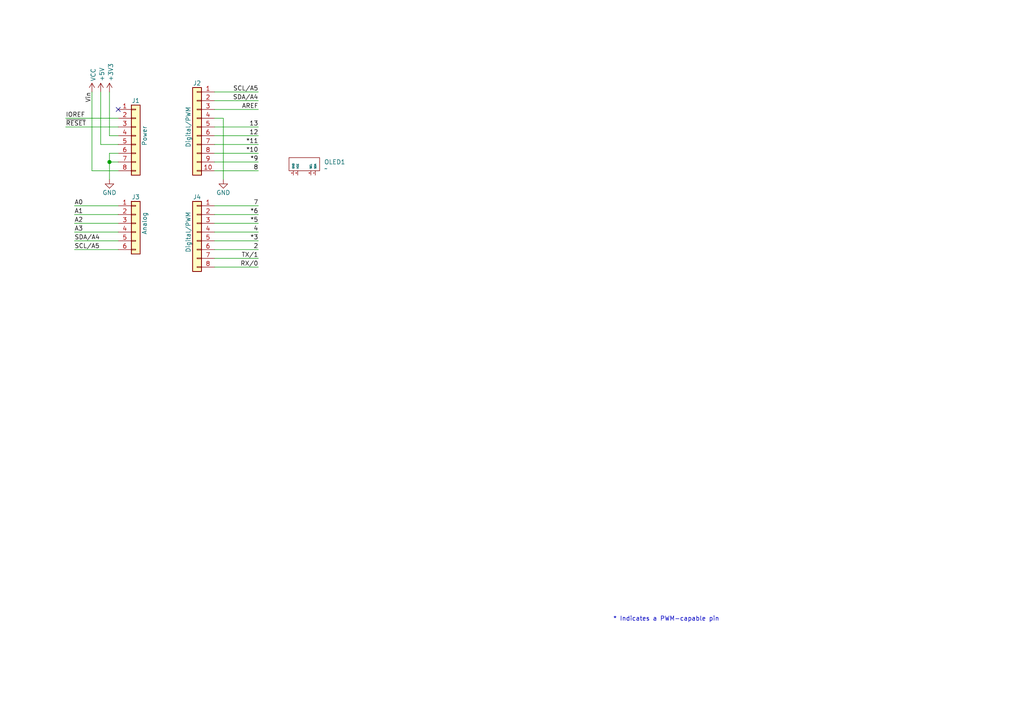
<source format=kicad_sch>
(kicad_sch (version 20250114) (generator "eeschema") (generator_version "9.0")
  (paper "A4")
  (title_block (date "mar. 31 mars 2015"))
  (lib_symbols
    (symbol "Connector_Generic:Conn_01x06" (pin_names (offset 1.016) (hide yes))
      (property "Reference" "J" (at 0 7.62 0))
      (property "Value" "Conn_01x06" (at 0 -10.16 0))
      (symbol "Conn_01x06_1_1"
        (rectangle (start -1.27 6.35) (end 1.27 -8.89) (stroke (width 0.254)) (fill (type background)))
        (rectangle (start -1.27 5.207) (end 0 4.953) (stroke (width 0.1524)))
        (rectangle (start -1.27 2.667) (end 0 2.413) (stroke (width 0.1524)))
        (rectangle (start -1.27 0.127) (end 0 -0.127) (stroke (width 0.1524)))
        (rectangle (start -1.27 -2.413) (end 0 -2.667) (stroke (width 0.1524)))
        (rectangle (start -1.27 -4.953) (end 0 -5.207) (stroke (width 0.1524)))
        (rectangle (start -1.27 -7.493) (end 0 -7.747) (stroke (width 0.1524)))
        (pin passive line (at -5.08 5.08 0) (length 3.81) (name "Pin_1") (number "1"))
        (pin passive line (at -5.08 2.54 0) (length 3.81) (name "Pin_2") (number "2"))
        (pin passive line (at -5.08 0 0) (length 3.81) (name "Pin_3") (number "3"))
        (pin passive line (at -5.08 -2.54 0) (length 3.81) (name "Pin_4") (number "4"))
        (pin passive line (at -5.08 -5.08 0) (length 3.81) (name "Pin_5") (number "5"))
        (pin passive line (at -5.08 -7.62 0) (length 3.81) (name "Pin_6") (number "6"))
      )
    )
    (symbol "Connector_Generic:Conn_01x08" (pin_names (offset 1.016) (hide yes))
      (property "Reference" "J" (at 0 10.16 0))
      (property "Value" "Conn_01x08" (at 0 -12.7 0))
      (symbol "Conn_01x08_1_1"
        (rectangle (start -1.27 8.89) (end 1.27 -11.43) (stroke (width 0.254)) (fill (type background)))
        (rectangle (start -1.27 7.747) (end 0 7.493) (stroke (width 0.1524)))
        (rectangle (start -1.27 5.207) (end 0 4.953) (stroke (width 0.1524)))
        (rectangle (start -1.27 2.667) (end 0 2.413) (stroke (width 0.1524)))
        (rectangle (start -1.27 0.127) (end 0 -0.127) (stroke (width 0.1524)))
        (rectangle (start -1.27 -2.413) (end 0 -2.667) (stroke (width 0.1524)))
        (rectangle (start -1.27 -4.953) (end 0 -5.207) (stroke (width 0.1524)))
        (rectangle (start -1.27 -7.493) (end 0 -7.747) (stroke (width 0.1524)))
        (rectangle (start -1.27 -10.033) (end 0 -10.287) (stroke (width 0.1524)))
        (pin passive line (at -5.08 7.62 0) (length 3.81) (name "Pin_1") (number "1"))
        (pin passive line (at -5.08 5.08 0) (length 3.81) (name "Pin_2") (number "2"))
        (pin passive line (at -5.08 2.54 0) (length 3.81) (name "Pin_3") (number "3"))
        (pin passive line (at -5.08 0 0) (length 3.81) (name "Pin_4") (number "4"))
        (pin passive line (at -5.08 -2.54 0) (length 3.81) (name "Pin_5") (number "5"))
        (pin passive line (at -5.08 -5.08 0) (length 3.81) (name "Pin_6") (number "6"))
        (pin passive line (at -5.08 -7.62 0) (length 3.81) (name "Pin_7") (number "7"))
        (pin passive line (at -5.08 -10.16 0) (length 3.81) (name "Pin_8") (number "8"))
      )
    )
    (symbol "Connector_Generic:Conn_01x10" (pin_names (offset 1.016) (hide yes))
      (property "Reference" "J" (at 0 12.7 0))
      (property "Value" "Conn_01x10" (at 0 -15.24 0))
      (symbol "Conn_01x10_1_1"
        (rectangle (start -1.27 11.43) (end 1.27 -13.97) (stroke (width 0.254)) (fill (type background)))
        (rectangle (start -1.27 10.287) (end 0 10.033) (stroke (width 0.1524)))
        (rectangle (start -1.27 7.747) (end 0 7.493) (stroke (width 0.1524)))
        (rectangle (start -1.27 5.207) (end 0 4.953) (stroke (width 0.1524)))
        (rectangle (start -1.27 2.667) (end 0 2.413) (stroke (width 0.1524)))
        (rectangle (start -1.27 0.127) (end 0 -0.127) (stroke (width 0.1524)))
        (rectangle (start -1.27 -2.413) (end 0 -2.667) (stroke (width 0.1524)))
        (rectangle (start -1.27 -4.953) (end 0 -5.207) (stroke (width 0.1524)))
        (rectangle (start -1.27 -7.493) (end 0 -7.747) (stroke (width 0.1524)))
        (rectangle (start -1.27 -10.033) (end 0 -10.287) (stroke (width 0.1524)))
        (rectangle (start -1.27 -12.573) (end 0 -12.827) (stroke (width 0.1524)))
        (pin passive line (at -5.08 10.16 0) (length 3.81) (name "Pin_1") (number "1"))
        (pin passive line (at -5.08 7.62 0) (length 3.81) (name "Pin_2") (number "2"))
        (pin passive line (at -5.08 5.08 0) (length 3.81) (name "Pin_3") (number "3"))
        (pin passive line (at -5.08 2.54 0) (length 3.81) (name "Pin_4") (number "4"))
        (pin passive line (at -5.08 0 0) (length 3.81) (name "Pin_5") (number "5"))
        (pin passive line (at -5.08 -2.54 0) (length 3.81) (name "Pin_6") (number "6"))
        (pin passive line (at -5.08 -5.08 0) (length 3.81) (name "Pin_7") (number "7"))
        (pin passive line (at -5.08 -7.62 0) (length 3.81) (name "Pin_8") (number "8"))
        (pin passive line (at -5.08 -10.16 0) (length 3.81) (name "Pin_9") (number "9"))
        (pin passive line (at -5.08 -12.7 0) (length 3.81) (name "Pin_10") (number "10"))
      )
    )
    (symbol "Librairie:OLED"
      (property "Reference" "OLED" (at -0.508 4.064 0))
      (symbol "OLED_0_1"
        (rectangle (start -5.08 5.08) (end 3.81 1.27))
        (rectangle (start 3.81 3.81) (end 3.81 3.81))
      )
      (symbol "OLED_1_1"
        (pin input line (at -3.81 0 90) (length 1.27) (name "GND") (number "1"))
        (pin input line (at -2.54 0 90) (length 1.27) (name "VCC") (number "2"))
        (pin input line (at 1.27 0 90) (length 1.27) (name "SCL") (number "3"))
        (pin input line (at 2.54 0 90) (length 1.27) (name "SDA") (number "4"))
      )
    )
    (symbol "power:+3V3" (power) (pin_names (offset 0))
      (property "Value" "+3V3" (at 0 3.556 0))
      (symbol "+3V3_0_1"
        (polyline (pts (xy -0.762 1.27) (xy 0 2.54)))
        (polyline (pts (xy 0 2.54) (xy 0.762 1.27)))
        (polyline (pts (xy 0 0) (xy 0 2.54)))
      )
      (symbol "+3V3_1_1"
        (pin power_in line (at 0 0 90) (length 0) (hide yes) (name "+3V3") (number "1"))
      )
    )
    (symbol "power:+5V" (power) (pin_names (offset 0))
      (property "Value" "+5V" (at 0 3.556 0))
      (symbol "+5V_0_1"
        (polyline (pts (xy -0.762 1.27) (xy 0 2.54)))
        (polyline (pts (xy 0 2.54) (xy 0.762 1.27)))
        (polyline (pts (xy 0 0) (xy 0 2.54)))
      )
      (symbol "+5V_1_1"
        (pin power_in line (at 0 0 90) (length 0) (hide yes) (name "+5V") (number "1"))
      )
    )
    (symbol "power:GND" (power) (pin_names (offset 0))
      (property "Value" "GND" (at 0 -3.81 0))
      (symbol "GND_0_1"
        (polyline (pts (xy 0 0) (xy 0 -1.27) (xy 1.27 -1.27) (xy 0 -2.54) (xy -1.27 -1.27) (xy 0 -1.27)))
      )
      (symbol "GND_1_1"
        (pin power_in line (at 0 0 270) (length 0) (hide yes) (name "GND") (number "1"))
      )
    )
    (symbol "power:VCC" (power) (pin_names (offset 0))
      (property "Value" "VCC" (at 0 3.81 0))
      (symbol "VCC_0_1"
        (polyline (pts (xy -0.762 1.27) (xy 0 2.54)))
        (polyline (pts (xy 0 2.54) (xy 0.762 1.27)))
        (polyline (pts (xy 0 0) (xy 0 2.54)))
      )
      (symbol "VCC_1_1"
        (pin power_in line (at 0 0 90) (length 0) (hide yes) (name "VCC") (number "1"))
      )
    )
  )
  (text "* Indicates a PWM-capable pin" (at 177.8 180.34 0) (effects (font (size 1.27 1.27)) (justify left bottom)))
  (junction (at 31.75 46.99) (diameter 1.016))
  (no_connect (at 34.29 31.75))
  (wire (pts (xy 62.23 77.47) (xy 74.93 77.47)))
  (wire (pts (xy 62.23 44.45) (xy 74.93 44.45)))
  (wire (pts (xy 62.23 26.67) (xy 74.93 26.67)))
  (wire (pts (xy 31.75 44.45) (xy 31.75 46.99)))
  (wire (pts (xy 21.59 72.39) (xy 34.29 72.39)))
  (wire (pts (xy 31.75 46.99) (xy 31.75 52.07)))
  (wire (pts (xy 31.75 39.37) (xy 34.29 39.37)))
  (wire (pts (xy 29.21 41.91) (xy 34.29 41.91)))
  (wire (pts (xy 29.21 26.67) (xy 29.21 41.91)))
  (wire (pts (xy 62.23 36.83) (xy 74.93 36.83)))
  (wire (pts (xy 31.75 26.67) (xy 31.75 39.37)))
  (wire (pts (xy 62.23 59.69) (xy 74.93 59.69)))
  (wire (pts (xy 34.29 59.69) (xy 21.59 59.69)))
  (wire (pts (xy 62.23 39.37) (xy 74.93 39.37)))
  (wire (pts (xy 62.23 62.23) (xy 74.93 62.23)))
  (wire (pts (xy 62.23 46.99) (xy 74.93 46.99)))
  (wire (pts (xy 62.23 67.31) (xy 74.93 67.31)))
  (wire (pts (xy 19.05 34.29) (xy 34.29 34.29)))
  (wire (pts (xy 64.77 34.29) (xy 64.77 52.07)))
  (wire (pts (xy 62.23 31.75) (xy 74.93 31.75)))
  (wire (pts (xy 34.29 64.77) (xy 21.59 64.77)))
  (wire (pts (xy 19.05 36.83) (xy 34.29 36.83)))
  (wire (pts (xy 34.29 46.99) (xy 31.75 46.99)))
  (wire (pts (xy 34.29 49.53) (xy 26.67 49.53)))
  (wire (pts (xy 21.59 62.23) (xy 34.29 62.23)))
  (wire (pts (xy 62.23 34.29) (xy 64.77 34.29)))
  (wire (pts (xy 34.29 44.45) (xy 31.75 44.45)))
  (wire (pts (xy 62.23 41.91) (xy 74.93 41.91)))
  (wire (pts (xy 62.23 64.77) (xy 74.93 64.77)))
  (wire (pts (xy 21.59 67.31) (xy 34.29 67.31)))
  (wire (pts (xy 62.23 29.21) (xy 74.93 29.21)))
  (wire (pts (xy 62.23 72.39) (xy 74.93 72.39)))
  (wire (pts (xy 62.23 69.85) (xy 74.93 69.85)))
  (wire (pts (xy 62.23 74.93) (xy 74.93 74.93)))
  (wire (pts (xy 26.67 49.53) (xy 26.67 26.67)))
  (wire (pts (xy 34.29 69.85) (xy 21.59 69.85)))
  (wire (pts (xy 62.23 49.53) (xy 74.93 49.53)))
  (label "RX{slash}0" (at 74.93 77.47 180))
  (label "A2" (at 21.59 64.77 0))
  (label "4" (at 74.93 67.31 180))
  (label "2" (at 74.93 72.39 180))
  (label "A3" (at 21.59 67.31 0))
  (label "13" (at 74.93 36.83 180))
  (label "12" (at 74.93 39.37 180))
  (label "~{RESET}" (at 19.05 36.83 0))
  (label "*10" (at 74.93 44.45 180))
  (label "7" (at 74.93 59.69 180))
  (label "SDA{slash}A4" (at 74.93 29.21 180))
  (label "8" (at 74.93 49.53 180))
  (label "*11" (at 74.93 41.91 180))
  (label "*3" (at 74.93 69.85 180))
  (label "A1" (at 21.59 62.23 0))
  (label "TX{slash}1" (at 74.93 74.93 180))
  (label "A0" (at 21.59 59.69 0))
  (label "AREF" (at 74.93 31.75 180))
  (label "Vin" (at 26.67 26.67 270))
  (label "*6" (at 74.93 62.23 180))
  (label "SCL{slash}A5" (at 74.93 26.67 180))
  (label "*9" (at 74.93 46.99 180))
  (label "*5" (at 74.93 64.77 180))
  (label "IOREF" (at 19.05 34.29 0))
  (label "SDA{slash}A4" (at 21.59 69.85 0))
  (label "SCL{slash}A5" (at 21.59 72.39 0))
  (symbol (lib_id "Connector_Generic:Conn_01x08") (at 39.37 39.37 0) (unit 1)
    (property "Reference" "J1" (at 39.37 29.21 0))
    (property "Value" "Power" (at 41.91 39.37 90))
    (property "Footprint" "Connector_PinSocket_2.54mm:PinSocket_1x08_P2.54mm_Vertical" (effects (hide yes)))
  )
  (symbol (lib_id "power:+3V3") (at 31.75 26.67 0) (unit 1)
    (property "Reference" "#PWR03" (effects (hide yes)))
    (property "Value" "+3V3" (at 32.131 23.622 90) (effects (justify left)))
  )
  (symbol (lib_id "power:+5V") (at 29.21 26.67 0) (unit 1)
    (property "Reference" "#PWR02" (effects (hide yes)))
    (property "Value" "+5V" (at 29.5656 23.622 90) (effects (justify left)))
  )
  (symbol (lib_id "power:GND") (at 31.75 52.07 0) (unit 1)
    (property "Reference" "#PWR04" (effects (hide yes)))
    (property "Value" "GND" (at 31.75 55.88 0))
  )
  (symbol (lib_id "Connector_Generic:Conn_01x10") (at 57.15 36.83 0) (mirror y) (unit 1)
    (property "Reference" "J2" (at 57.15 24.13 0))
    (property "Value" "Digital/PWM" (at 54.61 36.83 90))
    (property "Footprint" "Connector_PinSocket_2.54mm:PinSocket_1x10_P2.54mm_Vertical" (effects (hide yes)))
  )
  (symbol (lib_id "power:GND") (at 64.77 52.07 0) (unit 1)
    (property "Reference" "#PWR05" (effects (hide yes)))
    (property "Value" "GND" (at 64.77 55.88 0))
  )
  (symbol (lib_id "Connector_Generic:Conn_01x06") (at 39.37 64.77 0) (unit 1)
    (property "Reference" "J3" (at 39.37 57.15 0))
    (property "Value" "Analog" (at 41.91 64.77 90))
    (property "Footprint" "Connector_PinSocket_2.54mm:PinSocket_1x06_P2.54mm_Vertical" (effects (hide yes)))
  )
  (symbol (lib_id "Connector_Generic:Conn_01x08") (at 57.15 67.31 0) (mirror y) (unit 1)
    (property "Reference" "J4" (at 57.15 57.15 0))
    (property "Value" "Digital/PWM" (at 54.61 67.31 90))
    (property "Footprint" "Connector_PinSocket_2.54mm:PinSocket_1x08_P2.54mm_Vertical" (effects (hide yes)))
  )
  (symbol (lib_id "power:VCC") (at 26.67 26.67 0) (unit 1)
    (property "Reference" "#PWR01" (effects (hide yes)))
    (property "Value" "VCC" (at 27.051 23.622 90) (effects (justify left)))
  )
  (symbol (lib_id "Librairie:OLED") (at 88.9 50.8 0) (unit 1)
    (property "Reference" "OLED1" (at 93.98 46.9899 0) (effects (justify left)))
    (property "Value" "~" (at 93.98 48.895 0) (effects (justify left)))
    (property "Footprint" "lib_empreintes:SIP-4" (effects (hide yes)))
  )
)
</source>
